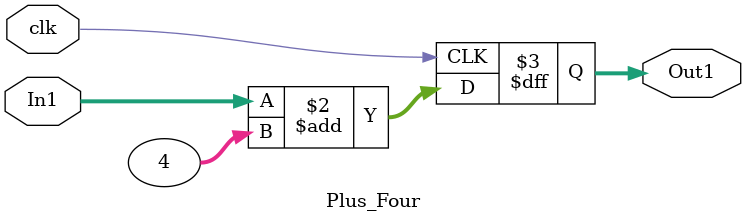
<source format=v>
module Plus_Four(In1,Out1,clk);
	
	input [31:0] In1;
	input clk;
	output[31:0] Out1;
	
	reg [31:0] Out1;
	
	always @ (posedge clk)
		Out1=In1+4;
endmodule


</source>
